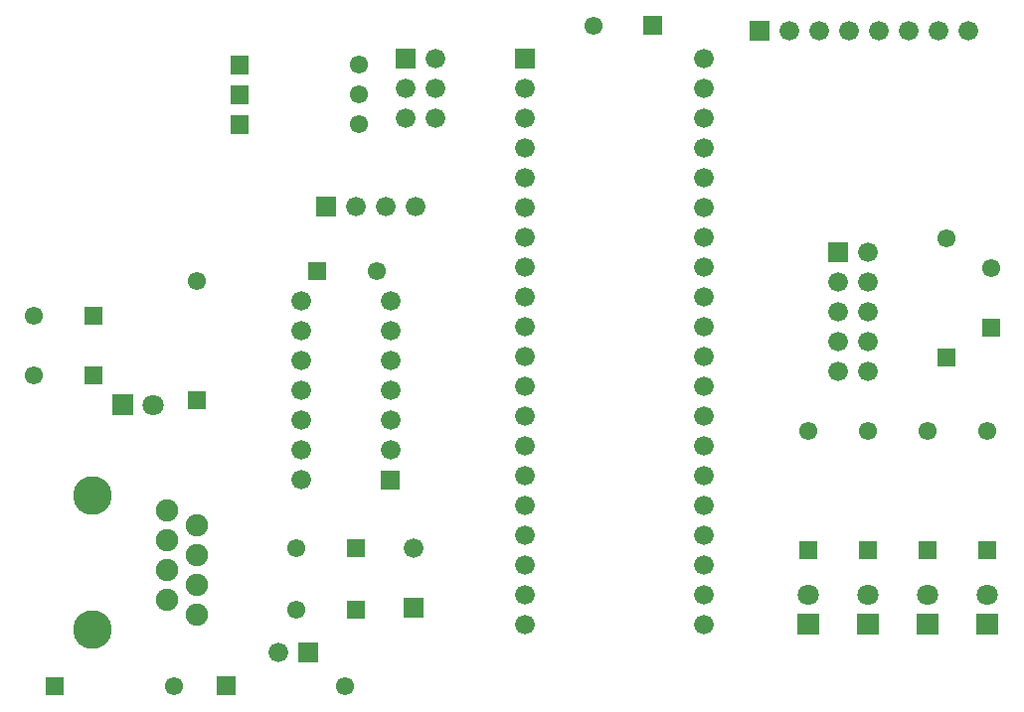
<source format=gbr>
G04 start of page 12 for group -4062 idx -4062 *
G04 Title: (unknown), soldermask *
G04 Creator: pcb 20110918 *
G04 CreationDate: Sat 31 Dec 2011 12:16:43 AM GMT UTC *
G04 For: andy *
G04 Format: Gerber/RS-274X *
G04 PCB-Dimensions: 346457 244094 *
G04 PCB-Coordinate-Origin: lower left *
%MOIN*%
%FSLAX25Y25*%
%LNBOTTOMMASK*%
%ADD239C,0.0710*%
%ADD238C,0.1300*%
%ADD237C,0.0750*%
%ADD236C,0.0660*%
%ADD235C,0.0610*%
%ADD234C,0.0001*%
G54D234*G36*
X214824Y233207D02*Y227107D01*
X220924D01*
Y233207D01*
X214824D01*
G37*
G54D235*X197874Y230157D03*
G54D236*X145000Y219094D03*
G54D234*G36*
X171700Y222394D02*Y215794D01*
X178300D01*
Y222394D01*
X171700D01*
G37*
G54D236*X145000Y209094D03*
Y199094D03*
X175000Y209094D03*
Y199094D03*
Y189094D03*
Y179094D03*
Y169094D03*
G54D237*X55118Y67243D03*
X65118Y62243D03*
X55118Y57243D03*
X65118Y52243D03*
X55118Y47243D03*
X65118Y42243D03*
X55118Y37243D03*
X65118Y32243D03*
G54D234*G36*
X99062Y22985D02*Y16385D01*
X105662D01*
Y22985D01*
X99062D01*
G37*
G54D236*X92362Y19685D03*
G54D234*G36*
X71753Y11561D02*Y5461D01*
X77853D01*
Y11561D01*
X71753D01*
G37*
G54D235*X114803Y8511D03*
G54D238*X30118Y27243D03*
G54D234*G36*
X14391Y11482D02*Y5382D01*
X20491D01*
Y11482D01*
X14391D01*
G37*
G54D235*X57441Y8432D03*
G54D234*G36*
X76202Y199939D02*Y193839D01*
X82302D01*
Y199939D01*
X76202D01*
G37*
G54D235*X119252Y196889D03*
G54D234*G36*
X76202Y209939D02*Y203839D01*
X82302D01*
Y209939D01*
X76202D01*
G37*
G54D235*X119252Y206889D03*
G54D234*G36*
X76202Y219939D02*Y213839D01*
X82302D01*
Y219939D01*
X76202D01*
G37*
G54D235*X119252Y216889D03*
G54D234*G36*
X131700Y222394D02*Y215794D01*
X138300D01*
Y222394D01*
X131700D01*
G37*
G54D236*X135000Y209094D03*
Y199094D03*
G54D234*G36*
X104967Y172591D02*Y165991D01*
X111567D01*
Y172591D01*
X104967D01*
G37*
G54D236*X118267Y169291D03*
X128267D03*
X138267D03*
G54D238*X30118Y72243D03*
G54D234*G36*
X27186Y135805D02*Y129705D01*
X33286D01*
Y135805D01*
X27186D01*
G37*
G54D235*X10236Y132755D03*
G54D234*G36*
X27186Y115805D02*Y109705D01*
X33286D01*
Y115805D01*
X27186D01*
G37*
G54D235*X10236Y112755D03*
G54D234*G36*
X36686Y106305D02*Y99205D01*
X43786D01*
Y106305D01*
X36686D01*
G37*
G54D239*X50236Y102755D03*
G54D234*G36*
X62067Y107498D02*Y101398D01*
X68167D01*
Y107498D01*
X62067D01*
G37*
G54D235*X65117Y144448D03*
G54D234*G36*
X266450Y32644D02*Y25544D01*
X273550D01*
Y32644D01*
X266450D01*
G37*
G54D239*X270000Y39094D03*
G54D234*G36*
X266950Y57144D02*Y51044D01*
X273050D01*
Y57144D01*
X266950D01*
G37*
G36*
X286450Y32644D02*Y25544D01*
X293550D01*
Y32644D01*
X286450D01*
G37*
G36*
X326450D02*Y25544D01*
X333550D01*
Y32644D01*
X326450D01*
G37*
G36*
X306450D02*Y25544D01*
X313550D01*
Y32644D01*
X306450D01*
G37*
G54D239*X290000Y39094D03*
G54D234*G36*
X286950Y57144D02*Y51044D01*
X293050D01*
Y57144D01*
X286950D01*
G37*
G36*
X326950D02*Y51044D01*
X333050D01*
Y57144D01*
X326950D01*
G37*
G36*
X306950D02*Y51044D01*
X313050D01*
Y57144D01*
X306950D01*
G37*
G54D239*X330000Y39094D03*
X310000D03*
G54D235*X330000Y94094D03*
X310000D03*
X290000D03*
X270000D03*
G54D234*G36*
X276700Y157394D02*Y150794D01*
X283300D01*
Y157394D01*
X276700D01*
G37*
G54D236*X290000Y154094D03*
X280000Y144094D03*
X290000D03*
X280000Y134094D03*
X290000D03*
X280000Y124094D03*
X290000D03*
X280000Y114094D03*
X290000D03*
G54D234*G36*
X313249Y121790D02*Y115690D01*
X319349D01*
Y121790D01*
X313249D01*
G37*
G36*
X328249Y131790D02*Y125690D01*
X334349D01*
Y131790D01*
X328249D01*
G37*
G54D235*X331299Y148740D03*
X316299Y158740D03*
G54D234*G36*
X134336Y37945D02*Y31345D01*
X140936D01*
Y37945D01*
X134336D01*
G37*
G54D236*X137636Y54645D03*
G54D234*G36*
X115296Y36947D02*Y30847D01*
X121396D01*
Y36947D01*
X115296D01*
G37*
G36*
Y57695D02*Y51595D01*
X121396D01*
Y57695D01*
X115296D01*
G37*
G54D235*X98346Y33897D03*
Y54645D03*
G54D236*X99842Y77519D03*
G54D234*G36*
X126542Y80819D02*Y74219D01*
X133142D01*
Y80819D01*
X126542D01*
G37*
G54D236*X129842Y87519D03*
Y97519D03*
Y107519D03*
X99842D03*
Y97519D03*
Y87519D03*
X129842Y117519D03*
X99842D03*
X129842Y127519D03*
Y137519D03*
X99842D03*
Y127519D03*
G54D234*G36*
X102186Y150805D02*Y144705D01*
X108286D01*
Y150805D01*
X102186D01*
G37*
G54D235*X125236Y147755D03*
G54D236*X175000Y159094D03*
Y149094D03*
Y139094D03*
Y129094D03*
Y119094D03*
Y109094D03*
Y99094D03*
Y89094D03*
Y79094D03*
Y69094D03*
Y59094D03*
Y49094D03*
Y39094D03*
Y29094D03*
X235000D03*
Y39094D03*
Y49094D03*
Y59094D03*
Y69094D03*
Y79094D03*
Y89094D03*
Y99094D03*
Y109094D03*
Y119094D03*
Y129094D03*
Y139094D03*
Y149094D03*
Y159094D03*
Y169094D03*
Y179094D03*
Y189094D03*
Y199094D03*
Y209094D03*
Y219094D03*
G54D234*G36*
X250480Y231646D02*Y225046D01*
X257080D01*
Y231646D01*
X250480D01*
G37*
G54D236*X263780Y228346D03*
X273780D03*
X283780D03*
X293780D03*
X303780D03*
X313780D03*
X323780D03*
M02*

</source>
